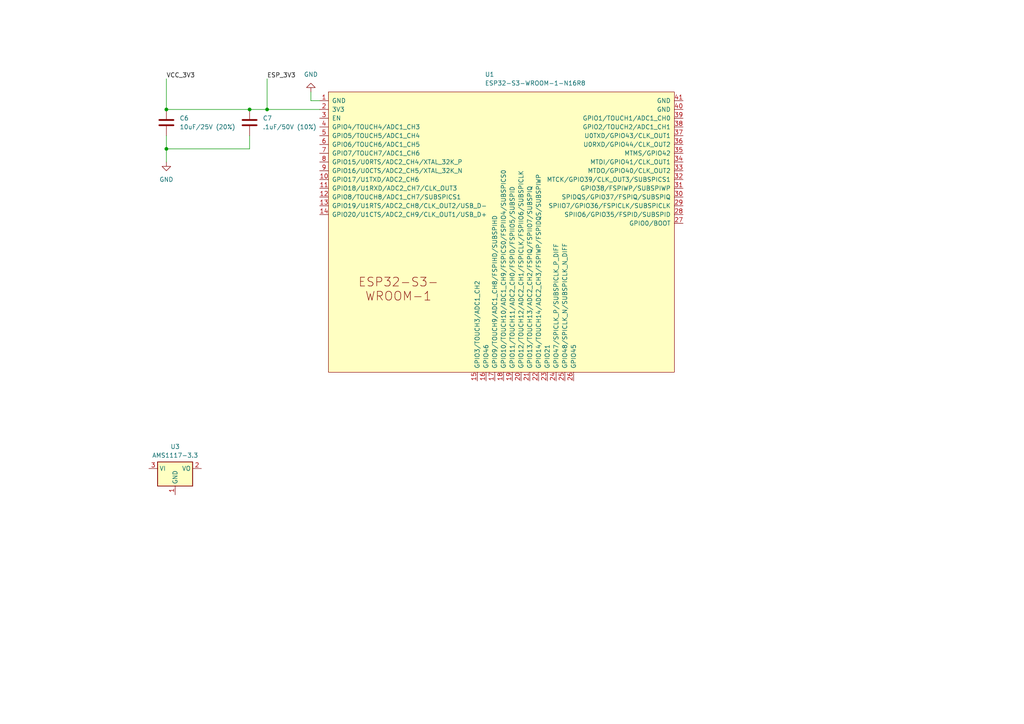
<source format=kicad_sch>
(kicad_sch (version 20230121) (generator eeschema)
  (paper "A4")
  (title_block (title "ESP32"))
  (lib_symbols
    (symbol "Device:C" (pin_numbers hide) (pin_names (offset 0.254))
      (property "Reference" "C" (at 0.635 2.54 0))
      (property "Value" "C" (at 0.635 -2.54 0))
      (symbol "C_0_1"
        (polyline (pts (xy -2.032 -0.762) (xy 2.032 -0.762)) (stroke (width 0.508)))
        (polyline (pts (xy -2.032 0.762) (xy 2.032 0.762)) (stroke (width 0.508)))
      )
      (symbol "C_1_1"
        (pin passive line (at 0 3.81 270) (length 2.794) (name "~") (number "1"))
        (pin passive line (at 0 -3.81 90) (length 2.794) (name "~") (number "2"))
      )
    )
    (symbol "Regulator_Linear:AMS1117-3.3"
      (property "Reference" "U" (at -3.81 3.175 0))
      (property "Value" "AMS1117-3.3" (at 0 3.175 0))
      (symbol "AMS1117-3.3_0_1"
        (rectangle (start -5.08 -5.08) (end 5.08 1.905) (stroke (width 0.254)) (fill (type background)))
      )
      (symbol "AMS1117-3.3_1_1"
        (pin power_in line (at 0 -7.62 90) (length 2.54) (name "GND") (number "1"))
        (pin power_out line (at 7.62 0 180) (length 2.54) (name "VO") (number "2"))
        (pin power_in line (at -7.62 0 0) (length 2.54) (name "VI") (number "3"))
      )
    )
    (symbol "mantyl:ESP32-S3-WROOM-1" (pin_names (offset 1.016))
      (property "Reference" "U" (at -43.18 43.18 0))
      (property "Value" "ESP32-S3-WROOM-1" (at -43.18 40.64 0))
      (symbol "ESP32-S3-WROOM-1_0_0"
        (pin power_in line (at -45.72 35.56 0) (length 2.54) (name "GND") (number "1"))
        (pin bidirectional line (at -45.72 12.7 0) (length 2.54) (name "GPIO17/U1TXD/ADC2_CH6") (number "10"))
        (pin bidirectional line (at -45.72 10.16 0) (length 2.54) (name "GPIO18/U1RXD/ADC2_CH7/CLK_OUT3") (number "11"))
        (pin bidirectional line (at -45.72 7.62 0) (length 2.54) (name "GPIO8/TOUCH8/ADC1_CH7/SUBSPICS1") (number "12"))
        (pin bidirectional line (at -45.72 5.08 0) (length 2.54) (name "GPIO19/U1RTS/ADC2_CH8/CLK_OUT2/USB_D-") (number "13"))
        (pin bidirectional line (at -45.72 2.54 0) (length 2.54) (name "GPIO20/U1CTS/ADC2_CH9/CLK_OUT1/USB_D+") (number "14"))
        (pin bidirectional line (at 0 -45.72 90) (length 2.54) (name "GPIO3/TOUCH3/ADC1_CH2") (number "15"))
        (pin bidirectional line (at 2.54 -45.72 90) (length 2.54) (name "GPIO46") (number "16"))
        (pin bidirectional line (at 5.08 -45.72 90) (length 2.54) (name "GPIO9/TOUCH9/ADC1_CH8/FSPIHD/SUBSPIHD") (number "17"))
        (pin bidirectional line (at 7.62 -45.72 90) (length 2.54) (name "GPIO10/TOUCH10/ADC1_CH9/FSPICS0/FSPIIO4/SUBSPICS0") (number "18"))
        (pin bidirectional line (at 10.16 -45.72 90) (length 2.54) (name "GPIO11/TOUCH11/ADC2_CH0/FSPID/FSPIIO5/SUBSPID") (number "19"))
        (pin power_in line (at -45.72 33.02 0) (length 2.54) (name "3V3") (number "2"))
        (pin bidirectional line (at 12.7 -45.72 90) (length 2.54) (name "GPIO12/TOUCH12/ADC2_CH1/FSPICLK/FSPIIO6/SUBSPICLK") (number "20"))
        (pin bidirectional line (at 15.24 -45.72 90) (length 2.54) (name "GPIO13/TOUCH13/ADC2_CH2/FSPIQ/FSPIIO7/SUBSPIQ") (number "21"))
        (pin bidirectional line (at 17.78 -45.72 90) (length 2.54) (name "GPIO14/TOUCH14/ADC2_CH3/FSPIWP/FSPIDQS/SUBSPIWP") (number "22"))
        (pin bidirectional line (at 20.32 -45.72 90) (length 2.54) (name "GPIO21") (number "23"))
        (pin bidirectional line (at 22.86 -45.72 90) (length 2.54) (name "GPIO47/SPICLK_P/SUBSPICLK_P_DIFF") (number "24"))
        (pin bidirectional line (at 25.4 -45.72 90) (length 2.54) (name "GPIO48/SPICLK_N/SUBSPICLK_N_DIFF") (number "25"))
        (pin bidirectional line (at 27.94 -45.72 90) (length 2.54) (name "GPIO45") (number "26"))
        (pin bidirectional line (at 59.69 0 180) (length 2.54) (name "GPIO0/BOOT") (number "27"))
        (pin bidirectional line (at 59.69 2.54 180) (length 2.54) (name "SPIIO6/GPIO35/FSPID/SUBSPID") (number "28"))
        (pin bidirectional line (at 59.69 5.08 180) (length 2.54) (name "SPIIO7/GPIO36/FSPICLK/SUBSPICLK") (number "29"))
        (pin input line (at -45.72 30.48 0) (length 2.54) (name "EN") (number "3"))
        (pin bidirectional line (at 59.69 7.62 180) (length 2.54) (name "SPIDQS/GPIO37/FSPIQ/SUBSPIQ") (number "30"))
        (pin bidirectional line (at 59.69 10.16 180) (length 2.54) (name "GPIO38/FSPIWP/SUBSPIWP") (number "31"))
        (pin bidirectional line (at 59.69 12.7 180) (length 2.54) (name "MTCK/GPIO39/CLK_OUT3/SUBSPICS1") (number "32"))
        (pin bidirectional line (at 59.69 15.24 180) (length 2.54) (name "MTDO/GPIO40/CLK_OUT2") (number "33"))
        (pin bidirectional line (at 59.69 17.78 180) (length 2.54) (name "MTDI/GPIO41/CLK_OUT1") (number "34"))
        (pin bidirectional line (at 59.69 20.32 180) (length 2.54) (name "MTMS/GPIO42") (number "35"))
        (pin bidirectional line (at 59.69 22.86 180) (length 2.54) (name "U0RXD/GPIO44/CLK_OUT2") (number "36"))
        (pin bidirectional line (at 59.69 25.4 180) (length 2.54) (name "U0TXD/GPIO43/CLK_OUT1") (number "37"))
        (pin bidirectional line (at 59.69 27.94 180) (length 2.54) (name "GPIO2/TOUCH2/ADC1_CH1") (number "38"))
        (pin bidirectional line (at 59.69 30.48 180) (length 2.54) (name "GPIO1/TOUCH1/ADC1_CH0") (number "39"))
        (pin bidirectional line (at -45.72 27.94 0) (length 2.54) (name "GPIO4/TOUCH4/ADC1_CH3") (number "4"))
        (pin bidirectional line (at -45.72 25.4 0) (length 2.54) (name "GPIO5/TOUCH5/ADC1_CH4") (number "5"))
        (pin bidirectional line (at -45.72 22.86 0) (length 2.54) (name "GPIO6/TOUCH6/ADC1_CH5") (number "6"))
        (pin bidirectional line (at -45.72 20.32 0) (length 2.54) (name "GPIO7/TOUCH7/ADC1_CH6") (number "7"))
        (pin bidirectional line (at -45.72 17.78 0) (length 2.54) (name "GPIO15/U0RTS/ADC2_CH4/XTAL_32K_P") (number "8"))
        (pin bidirectional line (at -45.72 15.24 0) (length 2.54) (name "GPIO16/U0CTS/ADC2_CH5/XTAL_32K_N") (number "9"))
      )
      (symbol "ESP32-S3-WROOM-1_0_1"
        (rectangle (start -43.18 38.1) (end 57.15 -43.18) (fill (type background)))
      )
      (symbol "ESP32-S3-WROOM-1_1_0"
        (text "ESP32-S3-\nWROOM-1" (at -22.86 -19.05 0) (effects (font (size 2.54 2.54))))
        (pin passive line (at 59.69 33.02 180) (length 2.54) (name "GND") (number "40"))
        (pin passive line (at 59.69 35.56 180) (length 2.54) (name "GND") (number "41"))
      )
    )
    (symbol "power:GND" (power) (pin_names (offset 0))
      (property "Value" "GND" (at 0 -3.81 0))
      (symbol "GND_0_1"
        (polyline (pts (xy 0 0) (xy 0 -1.27) (xy 1.27 -1.27) (xy 0 -2.54) (xy -1.27 -1.27) (xy 0 -1.27)))
      )
      (symbol "GND_1_1"
        (pin power_in line (at 0 0 270) (length 0) hide (name "GND") (number "1"))
      )
    )
  )
  (junction (at 48.26 43.18))
  (junction (at 77.47 31.75))
  (junction (at 48.26 31.75))
  (junction (at 72.39 31.75))
  (wire (pts (xy 72.39 31.75) (xy 77.47 31.75)))
  (wire (pts (xy 72.39 39.37) (xy 72.39 43.18)))
  (wire (pts (xy 72.39 43.18) (xy 48.26 43.18)))
  (wire (pts (xy 48.26 39.37) (xy 48.26 43.18)))
  (wire (pts (xy 77.47 31.75) (xy 77.47 22.86)))
  (wire (pts (xy 48.26 43.18) (xy 48.26 46.99)))
  (wire (pts (xy 48.26 31.75) (xy 72.39 31.75)))
  (wire (pts (xy 48.26 22.86) (xy 48.26 31.75)))
  (wire (pts (xy 90.17 29.21) (xy 90.17 26.67)))
  (wire (pts (xy 92.71 31.75) (xy 77.47 31.75)))
  (wire (pts (xy 92.71 29.21) (xy 90.17 29.21)))
  (label "VCC_3V3" (at 48.26 22.86 0))
  (label "ESP_3V3" (at 77.47 22.86 0))
  (symbol (lib_id "power:GND") (at 90.17 26.67 180) (unit 1)
    (property "Reference" "#PWR06" (effects hide))
    (property "Value" "GND" (at 90.17 21.59 0))
  )
  (symbol (lib_id "Regulator_Linear:AMS1117-3.3") (at 50.8 135.89 0) (unit 1)
    (property "Reference" "U3" (at 50.8 129.54 0))
    (property "Value" "AMS1117-3.3" (at 50.8 132.08 0))
    (property "Footprint" "Package_TO_SOT_SMD:SOT-223-3_TabPin2" (effects hide))
    (property "Datasheet" "http://www.advanced-monolithic.com/pdf/ds1117.pdf" (effects hide))
    (property "JLCPCB Part" "C6186" (effects hide))
  )
  (symbol (lib_id "Device:C") (at 72.39 35.56 0) (unit 1)
    (property "Reference" "C7" (at 76.2 34.29 0) (effects (justify left)))
    (property "Value" ".1uF/50V (10%)" (at 76.2 36.83 0) (effects (justify left)))
  )
  (symbol (lib_id "Device:C") (at 48.26 35.56 0) (unit 1)
    (property "Reference" "C6" (at 52.07 34.29 0) (effects (justify left)))
    (property "Value" "10uF/25V (20%)" (at 52.07 36.83 0) (effects (justify left)))
  )
  (symbol (lib_id "mantyl:ESP32-S3-WROOM-1") (at 138.43 64.77 0) (unit 1)
    (property "Reference" "U1" (at 140.6241 21.59 0) (effects (justify left)))
    (property "Value" "ESP32-S3-WROOM-1-N16R8" (at 140.6241 24.13 0) (effects (justify left)))
    (property "Footprint" "Espressif:ESP32-S3-WROOM-1" (effects hide))
    (property "Datasheet" "https://www.espressif.com/sites/default/files/documentation/esp32-s3-wroom-1_wroom-1u_datasheet_en.pdf" (effects hide))
    (property "JLCPCB Part" "C2913202" (effects hide))
  )
  (symbol (lib_id "power:GND") (at 48.26 46.99 0) (unit 1)
    (property "Reference" "#PWR05" (effects hide))
    (property "Value" "GND" (at 48.26 52.07 0))
  )
)
</source>
